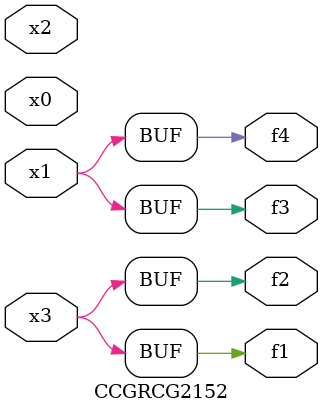
<source format=v>
module CCGRCG2152(
	input x0, x1, x2, x3,
	output f1, f2, f3, f4
);
	assign f1 = x3;
	assign f2 = x3;
	assign f3 = x1;
	assign f4 = x1;
endmodule

</source>
